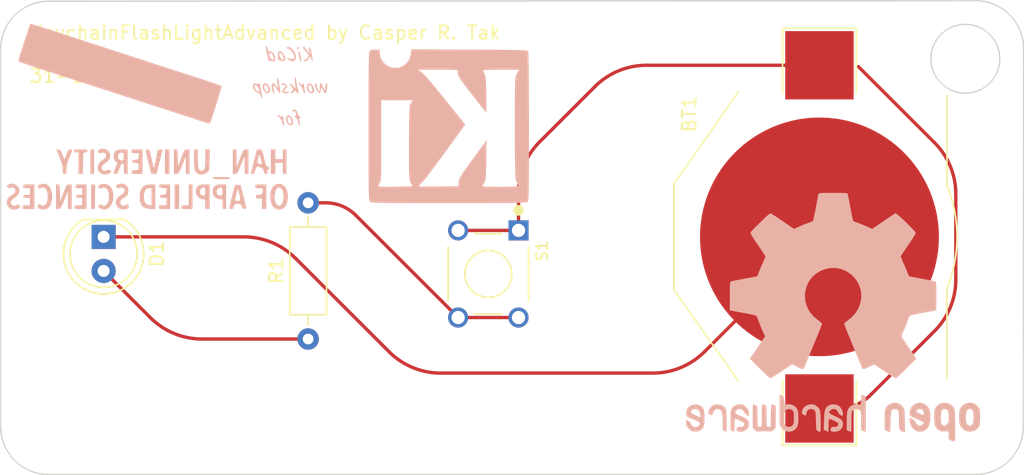
<source format=kicad_pcb>
(kicad_pcb (version 20221018) (generator pcbnew)
  (title_block (title "KeychainFlasLightAdvanced") (date "2023-12-31") (rev "V0.1") (comment 1 "Designed By: Casper Tak"))
  (layers (0 "F.Cu" signal) (31 "B.Cu" signal) (34 "B.Paste" user) (35 "F.Paste" user) (36 "B.SilkS" user "B.Silkscreen") (37 "F.SilkS" user "F.Silkscreen") (38 "B.Mask" user) (39 "F.Mask" user) (44 "Edge.Cuts" user))
  (net 0 "")
  (net 1 "Net-(BT1-+)")
  (net 2 "Net-(D1-A)")
  (net 3 "GND")
  (net 4 "Net-(R1-Pad2)")
  (footprint "Battery:BatteryHolder_Keystone_3002_1x2032" (layer "F.Cu") (at 128.524 67.056 -90)
    (fp_text reference "BT1" (at -9.15 9.7 90) (layer "F.SilkS"))
    (fp_text value "Battery_Cell")
    (pad "1" smd rect (at -12.8 0 270) (size 5.1 5.1) (layers "F.Cu" "F.Paste" "F.Mask") (net 1 "Net-(BT1-+)"))
    (pad "1" smd rect (at 12.8 0 270) (size 5.1 5.1) (layers "F.Cu" "F.Paste" "F.Mask") (net 1 "Net-(BT1-+)"))
    (pad "2" smd circle (at 0 0 270) (size 17.8 17.8) (layers "F.Cu" "F.Mask") (net 3 "GND"))
  )
  (footprint "FSM8JH:SW_FSM8JH" (layer "F.Cu") (at 103.85 69.8234 -90)
    (fp_text reference "S1" (at -1.71258 -4.01401 90) (layer "F.SilkS") (effects (font (size 0.801197 0.801197))))
    (fp_text value "FSM8JH")
    (pad "1" thru_hole rect (at -3.25 -2.25 270) (size 1.498 1.498) (drill 0.99) (layers "*.Cu" "*.Mask") (net 1 "Net-(BT1-+)"))
    (pad "2" thru_hole circle (at -3.25 2.25 270) (size 1.498 1.498) (drill 0.99) (layers "*.Cu" "*.Mask") (net 1 "Net-(BT1-+)"))
    (pad "3" thru_hole circle (at 3.25 -2.25 270) (size 1.498 1.498) (drill 0.99) (layers "*.Cu" "*.Mask") (net 4 "Net-(R1-Pad2)"))
    (pad "4" thru_hole circle (at 3.25 2.25 270) (size 1.498 1.498) (drill 0.99) (layers "*.Cu" "*.Mask") (net 4 "Net-(R1-Pad2)"))
  )
  (footprint "Resistor_THT:R_Axial_DIN0207_L6.3mm_D2.5mm_P10.16mm_Horizontal" (layer "F.Cu") (at 90.424 74.676 90)
    (fp_text reference "R1" (at 5.08 -2.37 90) (layer "F.SilkS"))
    (fp_text value "R")
    (pad "1" thru_hole circle (at 0 0 90) (size 1.6 1.6) (drill 0.8) (layers "*.Cu" "*.Mask") (net 2 "Net-(D1-A)"))
    (pad "2" thru_hole oval (at 10.16 0 90) (size 1.6 1.6) (drill 0.8) (layers "*.Cu" "*.Mask") (net 4 "Net-(R1-Pad2)"))
  )
  (footprint "LED_THT:LED_D5.0mm_Clear" (layer "F.Cu") (at 75.184 67.056 -90)
    (fp_text reference "D1" (at 1.27 -3.96 90) (layer "F.SilkS"))
    (fp_text value "LED")
    (pad "1" thru_hole rect (at 0 0 270) (size 1.8 1.8) (drill 0.9) (layers "*.Cu" "*.Mask") (net 3 "GND"))
    (pad "2" thru_hole circle (at 2.54 0 270) (size 1.8 1.8) (drill 0.9) (layers "*.Cu" "*.Mask") (net 2 "Net-(D1-A)"))
  )
  (footprint "Symbol:OSHW-Logo2_24.3x20mm_SilkScreen" (layer "B.Cu") (at 129.54 73.025 180)
    (fp_text reference "REF**" hide)
    (fp_text value "OSHW-Logo2_24.3x20mm_SilkScreen" hide)
  )
  (footprint "LOGO" (layer "B.Cu") (at 86.868 58.42 180)
    (fp_text reference "G***" hide)
    (fp_text value "LOGO" hide)
  )
  (gr_arc (start 140.181321 49.437263) (mid 142.6972 50.4952) (end 143.73714 53.018572) (stroke (width 0.1)) (layer "Edge.Cuts"))
  (gr_arc (start 71.0692 84.7852) (mid 68.553321 83.727263) (end 67.513381 81.203891) (stroke (width 0.1)) (layer "Edge.Cuts"))
  (gr_line (start 67.513381 81.203891) (end 67.5132 53.0352) (stroke (width 0.1)) (layer "Edge.Cuts"))
  (gr_arc (start 143.7132 81.2292) (mid 142.655263 83.745079) (end 140.131891 84.785019) (stroke (width 0.1)) (layer "Edge.Cuts"))
  (gr_line (start 71.094509 49.479381) (end 140.181321 49.437263) (stroke (width 0.1)) (layer "Edge.Cuts"))
  (gr_line (start 143.73714 53.018572) (end 143.7132 81.2292) (stroke (width 0.1)) (layer "Edge.Cuts"))
  (gr_line (start 140.131891 84.785019) (end 71.0692 84.7852) (stroke (width 0.1)) (layer "Edge.Cuts"))
  (gr_circle (center 139.3952 53.7718) (end 139.9032 56.2864) (stroke (width 0.1)) (fill none) (layer "Edge.Cuts"))
  (gr_arc (start 67.5132 53.0352) (mid 68.571137 50.519321) (end 71.094509 49.479381) (stroke (width 0.1)) (layer "Edge.Cuts"))
  (gr_text "KeychainFlashLightAdvanced by Casper R. Tak\nV0.1\n31-12-2023" (at 69.596 55.626) (layer "F.SilkS") (effects (font (size 1 1)) (justify left bottom)))
  (segment (start 115.637963 54.256) (end 128.524 54.256) (width 0.25) (layer "F.Cu") (net 1))
  (segment (start 106.1 66.5734) (end 106.1 63.793963) (width 0.25) (layer "F.Cu") (net 1))
  (segment (start 138.684 63.869963) (end 138.684 70.242036) (width 0.25) (layer "F.Cu") (net 1))
  (segment (start 137.090207 60.022207) (end 131.424 54.356) (width 0.25) (layer "F.Cu") (net 1))
  (segment (start 111.790207 55.849792) (end 107.693792 59.946207) (width 0.25) (layer "F.Cu") (net 1))
  (segment (start 132.313949 78.86605) (end 137.090207 74.089792) (width 0.25) (layer "F.Cu") (net 1))
  (segment (start 129.924 79.856) (end 128.524 79.856) (width 0.25) (layer "F.Cu") (net 1))
  (segment (start 106.1 66.5734) (end 101.6 66.5734) (width 0.25) (layer "F.Cu") (net 1))
  (arc (start 132.313949 78.86605) (mid 131.217431 79.59872) (end 129.924 79.856) (width 0.25) (layer "F.Cu") (net 1))
  (arc (start 138.684 70.242036) (mid 138.269786 72.324426) (end 137.090207 74.089792) (width 0.25) (layer "F.Cu") (net 1))
  (arc (start 107.693792 59.946207) (mid 106.514213 61.711572) (end 106.1 63.793963) (width 0.25) (layer "F.Cu") (net 1))
  (arc (start 137.090207 60.022207) (mid 138.269786 61.787572) (end 138.684 63.869963) (width 0.25) (layer "F.Cu") (net 1))
  (arc (start 115.637963 54.256) (mid 113.555572 54.670213) (end 111.790207 55.849792) (width 0.25) (layer "F.Cu") (net 1))
  (segment (start 82.517963 74.676) (end 90.424 74.676) (width 0.25) (layer "F.Cu") (net 2))
  (segment (start 78.670207 73.082207) (end 75.184 69.596) (width 0.25) (layer "F.Cu") (net 2))
  (arc (start 78.670207 73.082207) (mid 80.435572 74.261786) (end 82.517963 74.676) (width 0.25) (layer "F.Cu") (net 2))
  (segment (start 85.630036 67.056) (end 75.184 67.056) (width 0.25) (layer "F.Cu") (net 3))
  (segment (start 100.297963 77.216) (end 116.110036 77.216) (width 0.25) (layer "F.Cu") (net 3))
  (segment (start 96.450207 75.622207) (end 89.477792 68.649792) (width 0.25) (layer "F.Cu") (net 3))
  (segment (start 119.957792 75.622207) (end 128.524 67.056) (width 0.25) (layer "F.Cu") (net 3))
  (arc (start 96.450207 75.622207) (mid 98.215572 76.801786) (end 100.297963 77.216) (width 0.25) (layer "F.Cu") (net 3))
  (arc (start 119.957792 75.622207) (mid 118.192426 76.801786) (end 116.110036 77.216) (width 0.25) (layer "F.Cu") (net 3))
  (arc (start 89.477792 68.649792) (mid 87.712426 67.470213) (end 85.630036 67.056) (width 0.25) (layer "F.Cu") (net 3))
  (segment (start 101.6 73.0734) (end 93.968414 65.441814) (width 0.25) (layer "F.Cu") (net 4))
  (segment (start 101.6 73.0734) (end 106.1 73.0734) (width 0.25) (layer "F.Cu") (net 4))
  (segment (start 91.7333 64.516) (end 90.424 64.516) (width 0.25) (layer "F.Cu") (net 4))
  (arc (start 93.968414 65.441814) (mid 92.942935 64.756611) (end 91.7333 64.516) (width 0.25) (layer "F.Cu") (net 4))
)
</source>
